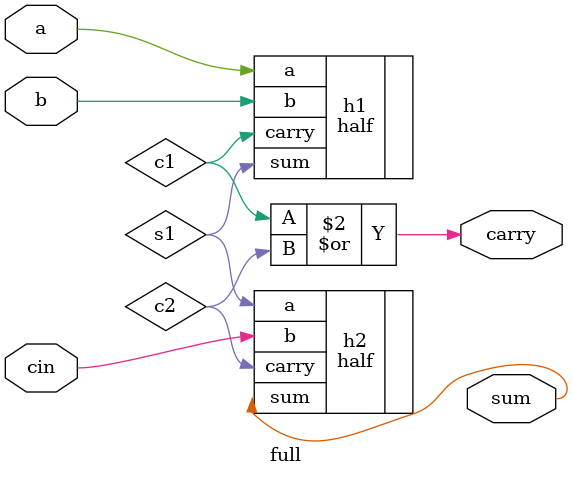
<source format=v>
module full(input wire a,b,cin, output sum, output reg carry);
wire s1,c1,c2;
half h1(.a(a),.b(b),.sum(s1),.carry(c1));
half h2(.a(s1),.b(cin),.sum(sum),.carry(c2));
always @(*) begin
carry=c1|c2;
end
endmodule

</source>
